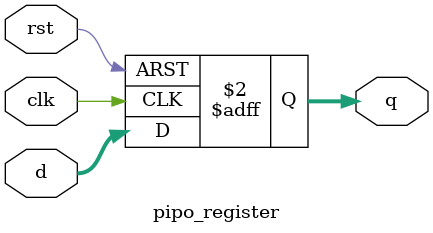
<source format=v>
module pipo_register(input clk, input rst, input [3:0] d, output reg [3:0] q);
  always @(posedge clk or posedge rst) begin
    if (rst)
      q <= 4'b0000;
    else
      q <= d;
  end
endmodule



</source>
